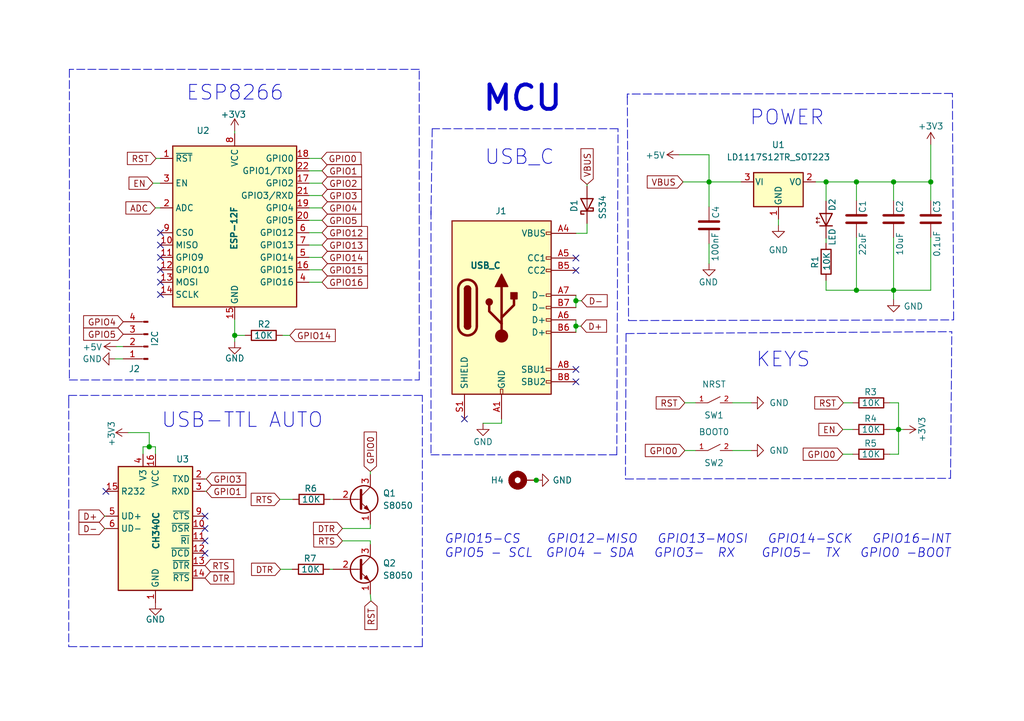
<source format=kicad_sch>
(kicad_sch (version 20211123) (generator eeschema)
  (paper "A5")
  (title_block (title "MCU ESP8266") (date "07-02-2025") (rev "V1"))
  (lib_symbols
    (symbol "Connector:Conn_01x04_Male" (pin_names (offset 1.016) hide)
      (property "Reference" "J" (at 0 5.08 0))
      (property "Value" "Conn_01x04_Male" (at 0 -7.62 0))
      (symbol "Conn_01x04_Male_1_1"
        (polyline (pts (xy 1.27 -5.08) (xy 0.8636 -5.08)) (stroke (width 0.1524)))
        (polyline (pts (xy 1.27 -2.54) (xy 0.8636 -2.54)) (stroke (width 0.1524)))
        (polyline (pts (xy 1.27 0) (xy 0.8636 0)) (stroke (width 0.1524)))
        (polyline (pts (xy 1.27 2.54) (xy 0.8636 2.54)) (stroke (width 0.1524)))
        (rectangle (start 0.8636 -4.953) (end 0 -5.207) (stroke (width 0.1524)) (fill (type outline)))
        (rectangle (start 0.8636 -2.413) (end 0 -2.667) (stroke (width 0.1524)) (fill (type outline)))
        (rectangle (start 0.8636 0.127) (end 0 -0.127) (stroke (width 0.1524)) (fill (type outline)))
        (rectangle (start 0.8636 2.667) (end 0 2.413) (stroke (width 0.1524)) (fill (type outline)))
        (pin passive line (at 5.08 2.54 180) (length 3.81) (name "Pin_1") (number "1"))
        (pin passive line (at 5.08 0 180) (length 3.81) (name "Pin_2") (number "2"))
        (pin passive line (at 5.08 -2.54 180) (length 3.81) (name "Pin_3") (number "3"))
        (pin passive line (at 5.08 -5.08 180) (length 3.81) (name "Pin_4") (number "4"))
      )
    )
    (symbol "Connector:USB_C_Receptacle_USB2.0" (pin_names (offset 1.016))
      (property "Reference" "J" (at -10.16 19.05 0))
      (property "Value" "USB_C_Receptacle_USB2.0" (at 19.05 19.05 0))
      (symbol "USB_C_Receptacle_USB2.0_0_0"
        (rectangle (start -0.254 -17.78) (end 0.254 -16.764))
        (rectangle (start 10.16 -14.986) (end 9.144 -15.494))
        (rectangle (start 10.16 -12.446) (end 9.144 -12.954))
        (rectangle (start 10.16 -4.826) (end 9.144 -5.334))
        (rectangle (start 10.16 -2.286) (end 9.144 -2.794))
        (rectangle (start 10.16 0.254) (end 9.144 -0.254))
        (rectangle (start 10.16 2.794) (end 9.144 2.286))
        (rectangle (start 10.16 7.874) (end 9.144 7.366))
        (rectangle (start 10.16 10.414) (end 9.144 9.906))
        (rectangle (start 10.16 15.494) (end 9.144 14.986))
      )
      (symbol "USB_C_Receptacle_USB2.0_0_1"
        (rectangle (start -10.16 17.78) (end 10.16 -17.78) (stroke (width 0.254)) (fill (type background)))
        (arc (start -8.89 -3.81) (mid -6.985 -5.715) (end -5.08 -3.81) (stroke (width 0.508)))
        (arc (start -7.62 -3.81) (mid -6.985 -4.445) (end -6.35 -3.81) (stroke (width 0.254)))
        (arc (start -7.62 -3.81) (mid -6.985 -4.445) (end -6.35 -3.81) (stroke (width 0.254)) (fill (type outline)))
        (rectangle (start -7.62 -3.81) (end -6.35 3.81) (stroke (width 0.254)) (fill (type outline)))
        (arc (start -6.35 3.81) (mid -6.985 4.445) (end -7.62 3.81) (stroke (width 0.254)))
        (arc (start -6.35 3.81) (mid -6.985 4.445) (end -7.62 3.81) (stroke (width 0.254)) (fill (type outline)))
        (arc (start -5.08 3.81) (mid -6.985 5.715) (end -8.89 3.81) (stroke (width 0.508)))
        (circle (center -2.54 1.143) (radius 0.635) (stroke (width 0.254)) (fill (type outline)))
        (circle (center 0 -5.842) (radius 1.27) (fill (type outline)))
        (polyline (pts (xy -8.89 -3.81) (xy -8.89 3.81)) (stroke (width 0.508)))
        (polyline (pts (xy -5.08 3.81) (xy -5.08 -3.81)) (stroke (width 0.508)))
        (polyline (pts (xy 0 -5.842) (xy 0 4.318)) (stroke (width 0.508)))
        (polyline (pts (xy 0 -3.302) (xy -2.54 -0.762) (xy -2.54 0.508)) (stroke (width 0.508)))
        (polyline (pts (xy 0 -2.032) (xy 2.54 0.508) (xy 2.54 1.778)) (stroke (width 0.508)))
        (polyline (pts (xy -1.27 4.318) (xy 0 6.858) (xy 1.27 4.318) (xy -1.27 4.318)) (stroke (width 0.254)) (fill (type outline)))
        (rectangle (start 1.905 1.778) (end 3.175 3.048) (stroke (width 0.254)) (fill (type outline)))
      )
      (symbol "USB_C_Receptacle_USB2.0_1_1"
        (pin passive line (at 0 -22.86 90) (length 5.08) (name "GND") (number "A1"))
        (pin passive line (at 0 -22.86 90) (length 5.08) hide (name "GND") (number "A12"))
        (pin passive line (at 15.24 15.24 180) (length 5.08) (name "VBUS") (number "A4"))
        (pin bidirectional line (at 15.24 10.16 180) (length 5.08) (name "CC1") (number "A5"))
        (pin bidirectional line (at 15.24 -2.54 180) (length 5.08) (name "D+") (number "A6"))
        (pin bidirectional line (at 15.24 2.54 180) (length 5.08) (name "D-") (number "A7"))
        (pin bidirectional line (at 15.24 -12.7 180) (length 5.08) (name "SBU1") (number "A8"))
        (pin passive line (at 15.24 15.24 180) (length 5.08) hide (name "VBUS") (number "A9"))
        (pin passive line (at 0 -22.86 90) (length 5.08) hide (name "GND") (number "B1"))
        (pin passive line (at 0 -22.86 90) (length 5.08) hide (name "GND") (number "B12"))
        (pin passive line (at 15.24 15.24 180) (length 5.08) hide (name "VBUS") (number "B4"))
        (pin bidirectional line (at 15.24 7.62 180) (length 5.08) (name "CC2") (number "B5"))
        (pin bidirectional line (at 15.24 -5.08 180) (length 5.08) (name "D+") (number "B6"))
        (pin bidirectional line (at 15.24 0 180) (length 5.08) (name "D-") (number "B7"))
        (pin bidirectional line (at 15.24 -15.24 180) (length 5.08) (name "SBU2") (number "B8"))
        (pin passive line (at 15.24 15.24 180) (length 5.08) hide (name "VBUS") (number "B9"))
        (pin passive line (at -7.62 -22.86 90) (length 5.08) (name "SHIELD") (number "S1"))
      )
    )
    (symbol "Custom_symbols:TS09-63-25-WT-260-SMT-TR" (pin_names (offset 1.016))
      (property "Reference" "SW" (at -1.27 2.54 0))
      (property "Value" "TS09-63-25-WT-260-SMT-TR" (at -13.97 -1.27 0))
      (symbol "TS09-63-25-WT-260-SMT-TR_0_0"
        (polyline (pts (xy -1.27 0) (xy 1.27 1.27)) (stroke (width 0.1524)))
        (pin passive line (at -3.81 0 0) (length 2.54) (name "~") (number "1"))
        (pin passive line (at 3.81 0 180) (length 2.54) (name "~") (number "2"))
      )
    )
    (symbol "Device:C" (pin_numbers hide) (pin_names (offset 0.254))
      (property "Reference" "C" (at 0.635 2.54 0))
      (property "Value" "C" (at 0.635 -2.54 0))
      (symbol "C_0_1"
        (polyline (pts (xy -2.032 -0.762) (xy 2.032 -0.762)) (stroke (width 0.508)))
        (polyline (pts (xy -2.032 0.762) (xy 2.032 0.762)) (stroke (width 0.508)))
      )
      (symbol "C_1_1"
        (pin passive line (at 0 3.81 270) (length 2.794) (name "~") (number "1"))
        (pin passive line (at 0 -3.81 90) (length 2.794) (name "~") (number "2"))
      )
    )
    (symbol "Device:D_Schottky" (pin_numbers hide) (pin_names (offset 1.016) hide)
      (property "Reference" "D" (at 0 2.54 0))
      (property "Value" "D_Schottky" (at 0 -2.54 0))
      (symbol "D_Schottky_0_1"
        (polyline (pts (xy 1.27 0) (xy -1.27 0)))
        (polyline (pts (xy 1.27 1.27) (xy 1.27 -1.27) (xy -1.27 0) (xy 1.27 1.27)) (stroke (width 0.254)))
        (polyline (pts (xy -1.905 0.635) (xy -1.905 1.27) (xy -1.27 1.27) (xy -1.27 -1.27) (xy -0.635 -1.27) (xy -0.635 -0.635)) (stroke (width 0.254)))
      )
      (symbol "D_Schottky_1_1"
        (pin passive line (at -3.81 0 0) (length 2.54) (name "K") (number "1"))
        (pin passive line (at 3.81 0 180) (length 2.54) (name "A") (number "2"))
      )
    )
    (symbol "Device:LED" (pin_numbers hide) (pin_names (offset 1.016) hide)
      (property "Reference" "D?" (at -1.524 3.429 0))
      (property "Value" "LED" (at -2.921 -5.207 0))
      (symbol "LED_0_1"
        (polyline (pts (xy -1.27 -1.27) (xy -1.27 1.27)) (stroke (width 0.254)))
        (polyline (pts (xy -1.27 0) (xy 1.27 0)))
        (polyline (pts (xy -0.508 -2.032) (xy -0.254 -1.778)))
        (polyline (pts (xy 0.254 -2.032) (xy 0.508 -1.778)))
        (polyline (pts (xy -0.508 -1.27) (xy -0.508 -1.778) (xy -0.508 -2.032) (xy -0.762 -1.778)))
        (polyline (pts (xy 0.254 -1.27) (xy 0.254 -1.778) (xy 0.254 -2.032) (xy 0 -1.778)))
        (polyline (pts (xy 1.27 -1.27) (xy 1.27 1.27) (xy -1.27 0) (xy 1.27 -1.27)) (stroke (width 0.254)))
      )
      (symbol "LED_1_1"
        (pin passive line (at -3.81 0 0) (length 2.54) (name "K") (number "1"))
        (pin passive line (at 3.81 0 180) (length 2.54) (name "A") (number "2"))
      )
    )
    (symbol "Device:R" (pin_numbers hide) (pin_names (offset 0))
      (property "Reference" "R" (at 2.032 0 90))
      (property "Value" "R" (at 0 0 90))
      (symbol "R_0_1"
        (rectangle (start -1.016 -2.54) (end 1.016 2.54) (stroke (width 0.254)))
      )
      (symbol "R_1_1"
        (pin passive line (at 0 3.81 270) (length 1.27) (name "~") (number "1"))
        (pin passive line (at 0 -3.81 90) (length 1.27) (name "~") (number "2"))
      )
    )
    (symbol "Interface_USB:CH340C"
      (property "Reference" "U" (at -5.08 13.97 0))
      (property "Value" "CH340C" (at 1.27 13.97 0))
      (symbol "CH340C_0_1"
        (rectangle (start -7.62 12.7) (end 7.62 -12.7) (stroke (width 0.254)) (fill (type background)))
      )
      (symbol "CH340C_1_1"
        (pin power_in line (at 0 -15.24 90) (length 2.54) (name "GND") (number "1"))
        (pin input line (at 10.16 0 180) (length 2.54) (name "~{DSR}") (number "10"))
        (pin input line (at 10.16 -2.54 180) (length 2.54) (name "~{RI}") (number "11"))
        (pin input line (at 10.16 -5.08 180) (length 2.54) (name "~{DCD}") (number "12"))
        (pin output line (at 10.16 -7.62 180) (length 2.54) (name "~{DTR}") (number "13"))
        (pin output line (at 10.16 -10.16 180) (length 2.54) (name "~{RTS}") (number "14"))
        (pin input line (at -10.16 7.62 0) (length 2.54) (name "R232") (number "15"))
        (pin power_in line (at 0 15.24 270) (length 2.54) (name "VCC") (number "16"))
        (pin output line (at 10.16 10.16 180) (length 2.54) (name "TXD") (number "2"))
        (pin input line (at 10.16 7.62 180) (length 2.54) (name "RXD") (number "3"))
        (pin passive line (at -2.54 15.24 270) (length 2.54) (name "V3") (number "4"))
        (pin bidirectional line (at -10.16 2.54 0) (length 2.54) (name "UD+") (number "5"))
        (pin bidirectional line (at -10.16 0 0) (length 2.54) (name "UD-") (number "6"))
        (pin no_connect line (at -7.62 -7.62 0) (length 2.54) hide (name "NC") (number "7"))
        (pin no_connect line (at -7.62 -10.16 0) (length 2.54) hide (name "NC") (number "8"))
        (pin input line (at 10.16 2.54 180) (length 2.54) (name "~{CTS}") (number "9"))
      )
    )
    (symbol "Mechanical:MountingHole_Pad" (pin_numbers hide) (pin_names (offset 1.016) hide)
      (property "Reference" "H" (at 0 6.35 0))
      (property "Value" "MountingHole_Pad" (at 0 4.445 0))
      (symbol "MountingHole_Pad_0_1"
        (circle (center 0 1.27) (radius 1.27) (stroke (width 1.27)))
      )
      (symbol "MountingHole_Pad_1_1"
        (pin input line (at 0 -2.54 90) (length 2.54) (name "1") (number "1"))
      )
    )
    (symbol "RF_Module:ESP-12F"
      (property "Reference" "U" (at -12.7 19.05 0))
      (property "Value" "ESP-12F" (at 12.7 19.05 0))
      (symbol "ESP-12F_0_1"
        (rectangle (start -12.7 17.78) (end 12.7 -15.24) (stroke (width 0.254)) (fill (type background)))
      )
      (symbol "ESP-12F_1_1"
        (pin input line (at -15.24 15.24 0) (length 2.54) (name "~{RST}") (number "1"))
        (pin bidirectional line (at -15.24 -2.54 0) (length 2.54) (name "MISO") (number "10"))
        (pin bidirectional line (at -15.24 -5.08 0) (length 2.54) (name "GPIO9") (number "11"))
        (pin bidirectional line (at -15.24 -7.62 0) (length 2.54) (name "GPIO10") (number "12"))
        (pin bidirectional line (at -15.24 -10.16 0) (length 2.54) (name "MOSI") (number "13"))
        (pin bidirectional line (at -15.24 -12.7 0) (length 2.54) (name "SCLK") (number "14"))
        (pin power_in line (at 0 -17.78 90) (length 2.54) (name "GND") (number "15"))
        (pin bidirectional line (at 15.24 -7.62 180) (length 2.54) (name "GPIO15") (number "16"))
        (pin bidirectional line (at 15.24 10.16 180) (length 2.54) (name "GPIO2") (number "17"))
        (pin bidirectional line (at 15.24 15.24 180) (length 2.54) (name "GPIO0") (number "18"))
        (pin bidirectional line (at 15.24 5.08 180) (length 2.54) (name "GPIO4") (number "19"))
        (pin input line (at -15.24 5.08 0) (length 2.54) (name "ADC") (number "2"))
        (pin bidirectional line (at 15.24 2.54 180) (length 2.54) (name "GPIO5") (number "20"))
        (pin bidirectional line (at 15.24 7.62 180) (length 2.54) (name "GPIO3/RXD") (number "21"))
        (pin bidirectional line (at 15.24 12.7 180) (length 2.54) (name "GPIO1/TXD") (number "22"))
        (pin input line (at -15.24 10.16 0) (length 2.54) (name "EN") (number "3"))
        (pin bidirectional line (at 15.24 -10.16 180) (length 2.54) (name "GPIO16") (number "4"))
        (pin bidirectional line (at 15.24 -5.08 180) (length 2.54) (name "GPIO14") (number "5"))
        (pin bidirectional line (at 15.24 0 180) (length 2.54) (name "GPIO12") (number "6"))
        (pin bidirectional line (at 15.24 -2.54 180) (length 2.54) (name "GPIO13") (number "7"))
        (pin power_in line (at 0 20.32 270) (length 2.54) (name "VCC") (number "8"))
        (pin input line (at -15.24 0 0) (length 2.54) (name "CS0") (number "9"))
      )
    )
    (symbol "Regulator_Linear:LD1117S12TR_SOT223" (pin_names (offset 0.254))
      (property "Reference" "U" (at -3.81 3.175 0))
      (property "Value" "LD1117S12TR_SOT223" (at 0 3.175 0))
      (symbol "LD1117S12TR_SOT223_0_1"
        (rectangle (start -5.08 -5.08) (end 5.08 1.905) (stroke (width 0.254)) (fill (type background)))
      )
      (symbol "LD1117S12TR_SOT223_1_1"
        (pin power_in line (at 0 -7.62 90) (length 2.54) (name "GND") (number "1"))
        (pin power_out line (at 7.62 0 180) (length 2.54) (name "VO") (number "2"))
        (pin power_in line (at -7.62 0 0) (length 2.54) (name "VI") (number "3"))
      )
    )
    (symbol "Transistor_BJT:S8050" (pin_names (offset 0) hide)
      (property "Reference" "Q" (at 5.08 1.905 0))
      (property "Value" "S8050" (at 5.08 0 0))
      (symbol "S8050_0_1"
        (polyline (pts (xy 0 0) (xy 0.635 0)))
        (polyline (pts (xy 0.635 0.635) (xy 2.54 2.54)))
        (polyline (pts (xy 0.635 -0.635) (xy 2.54 -2.54) (xy 2.54 -2.54)))
        (polyline (pts (xy 0.635 1.905) (xy 0.635 -1.905) (xy 0.635 -1.905)) (stroke (width 0.508)))
        (polyline (pts (xy 1.27 -1.778) (xy 1.778 -1.27) (xy 2.286 -2.286) (xy 1.27 -1.778) (xy 1.27 -1.778)) (fill (type outline)))
        (circle (center 1.27 0) (radius 2.8194) (stroke (width 0.254)))
      )
      (symbol "S8050_1_1"
        (pin passive line (at 2.54 -5.08 90) (length 2.54) (name "E") (number "1"))
        (pin input line (at -5.08 0 0) (length 5.08) (name "B") (number "2"))
        (pin passive line (at 2.54 5.08 270) (length 2.54) (name "C") (number "3"))
      )
    )
    (symbol "power:+3.3V" (power) (pin_names (offset 0))
      (property "Value" "+3.3V" (at 0 3.556 0))
      (symbol "+3.3V_0_1"
        (polyline (pts (xy -0.762 1.27) (xy 0 2.54)))
        (polyline (pts (xy 0 0) (xy 0 2.54)))
        (polyline (pts (xy 0 2.54) (xy 0.762 1.27)))
      )
      (symbol "+3.3V_1_1"
        (pin power_in line (at 0 0 90) (length 0) hide (name "+3V3") (number "1"))
      )
    )
    (symbol "power:+5V" (power) (pin_names (offset 0))
      (property "Value" "+5V" (at 0 3.556 0))
      (symbol "+5V_0_1"
        (polyline (pts (xy -0.762 1.27) (xy 0 2.54)))
        (polyline (pts (xy 0 0) (xy 0 2.54)))
        (polyline (pts (xy 0 2.54) (xy 0.762 1.27)))
      )
      (symbol "+5V_1_1"
        (pin power_in line (at 0 0 90) (length 0) hide (name "+5V") (number "1"))
      )
    )
    (symbol "power:GND" (power) (pin_names (offset 0))
      (property "Value" "GND" (at 0 -3.81 0))
      (symbol "GND_0_1"
        (polyline (pts (xy 0 0) (xy 0 -1.27) (xy 1.27 -1.27) (xy 0 -2.54) (xy -1.27 -1.27) (xy 0 -1.27)))
      )
      (symbol "GND_1_1"
        (pin power_in line (at 0 0 270) (length 0) hide (name "GND") (number "1"))
      )
    )
  )
  (junction (at 169.418 37.338))
  (junction (at 183.261 59.563))
  (junction (at 30.607 91.694))
  (junction (at 48.133 68.834))
  (junction (at 109.982 98.552))
  (junction (at 118.11 66.929))
  (junction (at 190.881 37.338))
  (junction (at 184.277 88.138))
  (junction (at 145.415 37.338))
  (junction (at 118.11 61.722))
  (junction (at 175.641 59.563))
  (junction (at 175.641 37.338))
  (junction (at 183.261 37.338))
  (no_connect (at 32.893 50.292))
  (no_connect (at 32.893 52.832))
  (no_connect (at 32.893 55.372))
  (no_connect (at 32.893 57.912))
  (no_connect (at 32.893 60.452))
  (no_connect (at 32.893 47.752))
  (no_connect (at 21.717 100.838))
  (no_connect (at 118.11 55.499))
  (no_connect (at 118.11 52.959))
  (no_connect (at 118.11 75.819))
  (no_connect (at 118.11 78.359))
  (no_connect (at 42.037 110.998))
  (no_connect (at 42.037 113.538))
  (no_connect (at 42.037 105.918))
  (no_connect (at 42.037 108.458))
  (no_connect (at 95.25 85.979))
  (wire (pts (xy 57.531 116.84) (xy 59.944 116.84)))
  (wire (pts (xy 31.877 91.694) (xy 31.877 93.218)))
  (wire (pts (xy 145.415 42.418) (xy 145.415 37.338)))
  (wire (pts (xy 21.463 108.458) (xy 21.717 108.458)))
  (wire (pts (xy 139.319 31.75) (xy 145.415 31.75)))
  (polyline (pts (xy 85.979 77.978) (xy 85.979 14.224)))
  (wire (pts (xy 118.11 66.929) (xy 118.11 68.199)))
  (polyline (pts (xy 128.651 19.812) (xy 128.905 65.786)))
  (wire (pts (xy 75.946 110.998) (xy 75.946 111.76)))
  (wire (pts (xy 118.11 47.879) (xy 120.396 47.879)))
  (polyline (pts (xy 88.392 93.345) (xy 126.492 93.345)))
  (wire (pts (xy 140.081 37.338) (xy 145.415 37.338)))
  (wire (pts (xy 23.622 73.66) (xy 25.273 73.66)))
  (wire (pts (xy 175.641 37.338) (xy 175.641 41.148)))
  (wire (pts (xy 63.373 55.372) (xy 66.04 55.372)))
  (polyline (pts (xy 128.27 98.298) (xy 194.945 98.171)))
  (wire (pts (xy 29.337 91.694) (xy 30.607 91.694)))
  (wire (pts (xy 184.277 82.677) (xy 184.277 88.138)))
  (polyline (pts (xy 14.097 82.042) (xy 14.097 132.715)))
  (wire (pts (xy 42.291 98.298) (xy 42.037 98.298)))
  (polyline (pts (xy 86.614 81.153) (xy 14.097 81.153)))
  (polyline (pts (xy 128.397 68.453) (xy 128.27 98.298)))
  (polyline (pts (xy 85.979 14.224) (xy 14.224 14.224)))
  (wire (pts (xy 29.337 93.218) (xy 29.337 91.694)))
  (wire (pts (xy 76.073 123.317) (xy 75.946 121.92)))
  (wire (pts (xy 118.11 66.929) (xy 119.126 66.929)))
  (wire (pts (xy 182.499 82.677) (xy 184.277 82.677)))
  (wire (pts (xy 120.396 47.879) (xy 120.396 45.847)))
  (wire (pts (xy 145.415 50.038) (xy 145.415 54.102)))
  (wire (pts (xy 99.06 86.868) (xy 102.87 86.868)))
  (wire (pts (xy 150.241 92.456) (xy 154.051 92.456)))
  (wire (pts (xy 183.261 48.768) (xy 183.261 59.563)))
  (wire (pts (xy 169.418 57.531) (xy 169.418 59.563)))
  (wire (pts (xy 66.04 37.592) (xy 63.373 37.592)))
  (wire (pts (xy 118.11 60.579) (xy 118.11 61.722)))
  (wire (pts (xy 120.396 37.846) (xy 120.396 38.227)))
  (wire (pts (xy 57.912 68.834) (xy 59.436 68.834)))
  (wire (pts (xy 66.04 40.132) (xy 63.373 40.132)))
  (wire (pts (xy 172.847 93.218) (xy 174.879 93.218)))
  (wire (pts (xy 65.913 32.512) (xy 63.373 32.512)))
  (polyline (pts (xy 126.492 93.345) (xy 126.746 26.416)))
  (polyline (pts (xy 128.651 19.304) (xy 128.651 20.066)))
  (wire (pts (xy 190.881 37.338) (xy 190.881 41.148)))
  (wire (pts (xy 169.418 37.338) (xy 175.641 37.338)))
  (polyline (pts (xy 128.905 65.786) (xy 195.58 65.659)))
  (polyline (pts (xy 14.224 14.224) (xy 14.224 77.978)))
  (polyline (pts (xy 128.397 68.453) (xy 195.199 68.072)))
  (polyline (pts (xy 195.326 19.177) (xy 128.651 19.304)))
  (wire (pts (xy 119.253 61.722) (xy 118.11 61.722)))
  (wire (pts (xy 48.133 70.104) (xy 48.133 68.834)))
  (wire (pts (xy 42.291 100.838) (xy 42.037 100.838)))
  (wire (pts (xy 183.261 59.563) (xy 190.881 59.563)))
  (wire (pts (xy 31.877 42.672) (xy 32.893 42.672)))
  (wire (pts (xy 63.373 50.292) (xy 66.04 50.292)))
  (polyline (pts (xy 14.097 132.715) (xy 86.614 132.715)))
  (wire (pts (xy 57.404 102.489) (xy 60.071 102.489)))
  (wire (pts (xy 183.261 37.338) (xy 190.881 37.338)))
  (wire (pts (xy 48.133 65.532) (xy 48.133 68.834)))
  (wire (pts (xy 169.418 59.563) (xy 175.641 59.563)))
  (wire (pts (xy 66.04 42.672) (xy 63.373 42.672)))
  (wire (pts (xy 172.847 88.138) (xy 174.879 88.138)))
  (polyline (pts (xy 88.646 26.416) (xy 88.392 44.069)))
  (polyline (pts (xy 88.392 43.307) (xy 88.392 93.345)))
  (wire (pts (xy 184.277 88.138) (xy 185.293 88.138)))
  (wire (pts (xy 183.261 37.338) (xy 183.261 41.148)))
  (wire (pts (xy 21.463 105.918) (xy 21.717 105.918)))
  (wire (pts (xy 169.418 49.911) (xy 169.418 48.895)))
  (wire (pts (xy 75.946 108.458) (xy 70.231 108.458)))
  (wire (pts (xy 31.369 37.592) (xy 32.893 37.592)))
  (wire (pts (xy 66.04 45.212) (xy 63.373 45.212)))
  (wire (pts (xy 140.462 82.677) (xy 142.621 82.677)))
  (wire (pts (xy 145.415 37.338) (xy 152.019 37.338)))
  (polyline (pts (xy 126.746 26.416) (xy 88.646 26.416)))
  (wire (pts (xy 66.04 47.752) (xy 63.373 47.752)))
  (wire (pts (xy 175.641 37.338) (xy 183.261 37.338)))
  (wire (pts (xy 48.133 26.924) (xy 48.133 27.432)))
  (wire (pts (xy 63.373 52.832) (xy 66.04 52.832)))
  (polyline (pts (xy 14.097 81.153) (xy 14.097 82.042)))
  (polyline (pts (xy 86.614 132.715) (xy 86.614 81.153)))
  (wire (pts (xy 30.607 88.773) (xy 30.607 91.694)))
  (wire (pts (xy 190.881 48.768) (xy 190.881 59.563)))
  (wire (pts (xy 118.11 65.659) (xy 118.11 66.929)))
  (wire (pts (xy 26.289 88.773) (xy 30.607 88.773)))
  (wire (pts (xy 102.87 86.868) (xy 102.87 85.979)))
  (polyline (pts (xy 14.224 77.978) (xy 85.979 77.978)))
  (wire (pts (xy 184.277 93.218) (xy 182.499 93.218)))
  (wire (pts (xy 167.259 37.338) (xy 169.418 37.338)))
  (wire (pts (xy 175.641 59.563) (xy 183.261 59.563)))
  (wire (pts (xy 23.876 71.12) (xy 25.273 71.12)))
  (wire (pts (xy 190.881 29.718) (xy 190.881 37.338)))
  (polyline (pts (xy 195.58 65.659) (xy 195.326 19.177)))
  (wire (pts (xy 140.462 92.456) (xy 142.621 92.456)))
  (wire (pts (xy 169.418 41.275) (xy 169.418 37.338)))
  (wire (pts (xy 183.261 61.468) (xy 183.261 59.563)))
  (wire (pts (xy 66.04 35.052) (xy 63.373 35.052)))
  (wire (pts (xy 67.691 102.489) (xy 68.326 102.489)))
  (wire (pts (xy 150.241 82.677) (xy 154.051 82.677)))
  (polyline (pts (xy 194.945 98.171) (xy 195.199 68.072)))
  (wire (pts (xy 75.946 96.774) (xy 75.946 97.409)))
  (wire (pts (xy 172.974 82.677) (xy 174.879 82.677)))
  (wire (pts (xy 67.564 116.84) (xy 68.326 116.84)))
  (wire (pts (xy 145.415 31.75) (xy 145.415 37.338)))
  (wire (pts (xy 63.373 57.912) (xy 66.04 57.912)))
  (wire (pts (xy 175.641 48.768) (xy 175.641 59.563)))
  (wire (pts (xy 70.231 110.998) (xy 75.946 110.998)))
  (wire (pts (xy 32.004 32.512) (xy 32.893 32.512)))
  (wire (pts (xy 48.133 68.834) (xy 50.292 68.834)))
  (wire (pts (xy 75.946 107.569) (xy 75.946 108.458)))
  (wire (pts (xy 182.499 88.138) (xy 184.277 88.138)))
  (wire (pts (xy 159.639 46.228) (xy 159.639 44.958)))
  (wire (pts (xy 184.277 88.138) (xy 184.277 93.218)))
  (wire (pts (xy 118.11 61.722) (xy 118.11 63.119)))
  (wire (pts (xy 30.607 91.694) (xy 31.877 91.694)))
  (text "POWER" (at 153.67 26.035 0) (effects (font (size 3 3)) (justify left bottom)))
  (text "USB_C" (at 99.314 34.163 0) (effects (font (size 3 3)) (justify left bottom)))
  (text "GPIO15-CS    GPIO12-MISO   GPIO13-MOSI   GPIO14-SCK   GPIO16-INT\nGPIO5 - SCL  GPIO4 - SDA   GPIO3-  RX    GPIO5-  TX   GPIO0 -BOOT\n" (at 91.059 114.681 0) (effects (font (size 1.8 1.8) italic) (justify left bottom)))
  (text "KEYS" (at 154.94 75.692 0) (effects (font (size 3 3)) (justify left bottom)))
  (text "USB-TTL AUTO" (at 33.02 88.138 0) (effects (font (size 3 3)) (justify left bottom)))
  (text "MCU" (at 98.679 23.241 0) (effects (font (size 5 5) (thickness 0.8) bold) (justify left bottom)))
  (text "ESP8266\n" (at 38.1 20.955 0) (effects (font (size 3 3)) (justify left bottom)))
  (global_label "GPIO12" (shape input) (at 66.04 47.752 0) (property "Intersheet References" "${INTERSHEET_REFS}" (effects hide)))
  (global_label "GPIO4" (shape input) (at 66.04 42.672 0) (property "Intersheet References" "${INTERSHEET_REFS}" (effects hide)))
  (global_label "RTS" (shape input) (at 42.037 116.078 0) (property "Intersheet References" "${INTERSHEET_REFS}" (effects hide)))
  (global_label "EN" (shape input) (at 172.847 88.138 180) (property "Intersheet References" "${INTERSHEET_REFS}" (effects hide)))
  (global_label "GPIO0" (shape input) (at 75.946 96.774 90) (property "Intersheet References" "${INTERSHEET_REFS}" (effects hide)))
  (global_label "GPIO13" (shape input) (at 66.04 50.292 0) (property "Intersheet References" "${INTERSHEET_REFS}" (effects hide)))
  (global_label "RTS" (shape input) (at 70.231 110.998 180) (property "Intersheet References" "${INTERSHEET_REFS}" (effects hide)))
  (global_label "D-" (shape input) (at 119.253 61.722 0) (property "Intersheet References" "${INTERSHEET_REFS}" (effects hide)))
  (global_label "GPIO0" (shape input) (at 140.462 92.456 180) (property "Intersheet References" "${INTERSHEET_REFS}" (effects hide)))
  (global_label "RTS" (shape input) (at 57.404 102.489 180) (property "Intersheet References" "${INTERSHEET_REFS}" (effects hide)))
  (global_label "GPIO14" (shape input) (at 66.04 52.832 0) (property "Intersheet References" "${INTERSHEET_REFS}" (effects hide)))
  (global_label "GPIO2" (shape input) (at 66.04 37.592 0) (property "Intersheet References" "${INTERSHEET_REFS}" (effects hide)))
  (global_label "GPIO1" (shape input) (at 66.04 35.052 0) (property "Intersheet References" "${INTERSHEET_REFS}" (effects hide)))
  (global_label "D+" (shape input) (at 119.126 66.929 0) (property "Intersheet References" "${INTERSHEET_REFS}" (effects hide)))
  (global_label "GPIO4" (shape input) (at 25.273 66.04 180) (property "Intersheet References" "${INTERSHEET_REFS}" (effects hide)))
  (global_label "GPIO3" (shape input) (at 66.04 40.132 0) (property "Intersheet References" "${INTERSHEET_REFS}" (effects hide)))
  (global_label "GPIO16" (shape input) (at 66.04 57.912 0) (property "Intersheet References" "${INTERSHEET_REFS}" (effects hide)))
  (global_label "DTR" (shape input) (at 70.231 108.458 180) (property "Intersheet References" "${INTERSHEET_REFS}" (effects hide)))
  (global_label "GPIO1" (shape input) (at 42.291 100.838 0) (property "Intersheet References" "${INTERSHEET_REFS}" (effects hide)))
  (global_label "GPIO15" (shape input) (at 66.04 55.372 0) (property "Intersheet References" "${INTERSHEET_REFS}" (effects hide)))
  (global_label "VBUS" (shape input) (at 120.396 37.846 90) (property "Intersheet References" "${INTERSHEET_REFS}" (effects hide)))
  (global_label "GPIO5" (shape input) (at 66.04 45.212 0) (property "Intersheet References" "${INTERSHEET_REFS}" (effects hide)))
  (global_label "RST" (shape input) (at 140.462 82.677 180) (property "Intersheet References" "${INTERSHEET_REFS}" (effects hide)))
  (global_label "GPIO0" (shape input) (at 172.847 93.218 180) (property "Intersheet References" "${INTERSHEET_REFS}" (effects hide)))
  (global_label "ADC" (shape input) (at 31.877 42.672 180) (property "Intersheet References" "${INTERSHEET_REFS}" (effects hide)))
  (global_label "EN" (shape input) (at 31.369 37.592 180) (property "Intersheet References" "${INTERSHEET_REFS}" (effects hide)))
  (global_label "VBUS" (shape input) (at 140.081 37.338 180) (property "Intersheet References" "${INTERSHEET_REFS}" (effects hide)))
  (global_label "GPIO14" (shape input) (at 59.436 68.834 0) (property "Intersheet References" "${INTERSHEET_REFS}" (effects hide)))
  (global_label "DTR" (shape input) (at 57.531 116.84 180) (property "Intersheet References" "${INTERSHEET_REFS}" (effects hide)))
  (global_label "D-" (shape input) (at 21.463 108.458 180) (property "Intersheet References" "${INTERSHEET_REFS}" (effects hide)))
  (global_label "D+" (shape input) (at 21.463 105.918 180) (property "Intersheet References" "${INTERSHEET_REFS}" (effects hide)))
  (global_label "DTR" (shape input) (at 42.037 118.618 0) (property "Intersheet References" "${INTERSHEET_REFS}" (effects hide)))
  (global_label "RST" (shape input) (at 172.974 82.677 180) (property "Intersheet References" "${INTERSHEET_REFS}" (effects hide)))
  (global_label "GPIO3" (shape input) (at 42.291 98.298 0) (property "Intersheet References" "${INTERSHEET_REFS}" (effects hide)))
  (global_label "GPIO5" (shape input) (at 25.273 68.58 180) (property "Intersheet References" "${INTERSHEET_REFS}" (effects hide)))
  (global_label "GPIO0" (shape input) (at 65.913 32.512 0) (property "Intersheet References" "${INTERSHEET_REFS}" (effects hide)))
  (global_label "RST" (shape input) (at 32.004 32.512 180) (property "Intersheet References" "${INTERSHEET_REFS}" (effects hide)))
  (global_label "RST" (shape input) (at 76.073 123.317 270) (property "Intersheet References" "${INTERSHEET_REFS}" (effects hide)))
  (symbol (lib_id "power:GND") (at 154.051 82.677 90) (unit 1)
    (property "Reference" "#PWR010" (effects hide))
    (property "Value" "GND" (at 157.734 82.6769 90) (effects (justify right)))
  )
  (symbol (lib_id "power:GND") (at 109.982 98.552 90) (unit 1)
    (property "Reference" "#PWR015" (effects hide))
    (property "Value" "GND" (at 113.284 98.552 90) (effects (justify right)))
  )
  (symbol (lib_id "power:GND") (at 154.051 92.456 90) (unit 1)
    (property "Reference" "#PWR014" (effects hide))
    (property "Value" "GND" (at 157.734 92.4559 90) (effects (justify right)))
  )
  (symbol (lib_id "Device:C") (at 190.881 44.958 180) (unit 1)
    (property "Reference" "C3" (at 192.151 42.418 90))
    (property "Value" "0.1uF" (at 192.151 50.038 90))
    (property "Footprint" "Capacitor_SMD:C_0603_1608Metric" (effects hide))
  )
  (symbol (lib_id "power:GND") (at 159.639 46.228 0) (unit 1)
    (property "Reference" "#PWR04" (effects hide))
    (property "Value" "GND" (at 159.639 51.308 0))
  )
  (symbol (lib_id "Custom_symbols:TS09-63-25-WT-260-SMT-TR") (at 146.431 92.456 0) (unit 1)
    (property "Reference" "SW2" (at 146.431 94.996 0))
    (property "Value" "BOOT0" (at 146.431 88.646 0))
    (property "Footprint" "Custom_Footprints:SW_TS09-63-25-WT-260-SMT-TR" (effects hide))
    (property "MF" "Same Sky" (effects hide))
    (property "MAXIMUM_PACKAGE_HEIGHT" "2.5 mm" (effects hide))
    (property "Package" "None" (effects hide))
    (property "Price" "None" (effects hide))
    (property "Check_prices" "https://www.snapeda.com/parts/TS09-63-25-WT-260-SMT-TR/Same+Sky/view-part/?ref=eda" (effects hide))
    (property "STANDARD" "Manufacturer Recommendations" (effects hide))
    (property "PARTREV" "1.0" (effects hide))
    (property "SnapEDA_Link" "https://www.snapeda.com/parts/TS09-63-25-WT-260-SMT-TR/Same+Sky/view-part/?ref=snap" (effects hide))
    (property "MP" "TS09-63-25-WT-260-SMT-TR" (effects hide))
    (property "Description" "\n                        \n                            6.1 x 3.7 mm, 2.5 mm Actuator Height, 260 gf, White, Surface Mount, SPST, Tactile Switch\n                        \n" (effects hide))
    (property "Availability" "In Stock" (effects hide))
    (property "MANUFACTURER" "CUI Devices" (effects hide))
  )
  (symbol (lib_id "Device:R") (at 63.881 102.489 90) (unit 1)
    (property "Reference" "R6" (at 65.0875 100.2665 90) (effects (justify left)))
    (property "Value" "10K" (at 65.786 102.489 90) (effects (justify left)))
    (property "Footprint" "Resistor_SMD:R_0603_1608Metric" (effects hide))
  )
  (symbol (lib_id "Device:C") (at 175.641 44.958 180) (unit 1)
    (property "Reference" "C1" (at 176.911 42.418 90))
    (property "Value" "22uF" (at 176.911 50.038 90))
    (property "Footprint" "Capacitor_SMD:C_0603_1608Metric" (effects hide))
  )
  (symbol (lib_id "Device:R") (at 54.102 68.834 90) (unit 1)
    (property "Reference" "R2" (at 55.499 66.548 90) (effects (justify left)))
    (property "Value" "10K" (at 56.007 68.834 90) (effects (justify left)))
    (property "Footprint" "Resistor_SMD:R_0603_1608Metric" (effects hide))
  )
  (symbol (lib_id "power:GND") (at 99.06 86.868 0) (unit 1)
    (property "Reference" "#PWR011" (effects hide))
    (property "Value" "GND" (at 99.06 90.678 0))
  )
  (symbol (lib_id "Device:R") (at 178.689 88.138 90) (unit 1)
    (property "Reference" "R4" (at 179.8955 85.9155 90) (effects (justify left)))
    (property "Value" "10K" (at 180.594 88.138 90) (effects (justify left)))
    (property "Footprint" "Resistor_SMD:R_0603_1608Metric" (effects hide))
  )
  (symbol (lib_id "power:GND") (at 183.261 61.468 0) (unit 1)
    (property "Reference" "#PWR06" (effects hide))
    (property "Value" "GND" (at 187.325 62.865 0))
  )
  (symbol (lib_id "power:GND") (at 145.415 54.102 0) (unit 1)
    (property "Reference" "#PWR05" (effects hide))
    (property "Value" "GND" (at 145.288 57.912 0))
  )
  (symbol (lib_id "Mechanical:MountingHole_Pad") (at 107.442 98.552 90) (unit 1)
    (property "Reference" "H1" (effects hide))
    (property "Value" "MountingHole_Pad" (effects hide))
    (property "Footprint" "MountingHole:MountingHole_2.5mm_Pad_TopBottom" (effects hide))
  )
  (symbol (lib_id "power:+3.3V") (at 185.293 88.138 270) (unit 1)
    (property "Reference" "#PWR012" (effects hide))
    (property "Value" "+3.3V" (at 189.103 88.138 0))
  )
  (symbol (lib_id "power:GND") (at 23.622 73.66 270) (unit 1)
    (property "Reference" "#PWR09" (effects hide))
    (property "Value" "GND" (at 18.923 73.66 90))
  )
  (symbol (lib_id "Transistor_BJT:S8050") (at 73.406 102.489 0) (unit 1)
    (property "Reference" "Q1" (at 78.486 101.2189 0) (effects (justify left)))
    (property "Value" "S8050" (at 78.486 103.7589 0) (effects (justify left)))
    (property "Footprint" "Package_TO_SOT_SMD:SOT-23" (effects hide))
    (property "Datasheet" "http://www.unisonic.com.tw/datasheet/S8050.pdf" (effects hide))
    (property "LCSC" "C18221467" (effects hide))
  )
  (symbol (lib_id "Custom_symbols:TS09-63-25-WT-260-SMT-TR") (at 146.431 82.677 0) (unit 1)
    (property "Reference" "SW1" (at 146.431 85.217 0))
    (property "Value" "NRST" (at 146.431 78.867 0))
    (property "Footprint" "Custom_Footprints:SW_TS09-63-25-WT-260-SMT-TR" (effects hide))
    (property "MF" "Same Sky" (effects hide))
    (property "MAXIMUM_PACKAGE_HEIGHT" "2.5 mm" (effects hide))
    (property "Package" "None" (effects hide))
    (property "Price" "None" (effects hide))
    (property "Check_prices" "https://www.snapeda.com/parts/TS09-63-25-WT-260-SMT-TR/Same+Sky/view-part/?ref=eda" (effects hide))
    (property "STANDARD" "Manufacturer Recommendations" (effects hide))
    (property "PARTREV" "1.0" (effects hide))
    (property "SnapEDA_Link" "https://www.snapeda.com/parts/TS09-63-25-WT-260-SMT-TR/Same+Sky/view-part/?ref=snap" (effects hide))
    (property "MP" "TS09-63-25-WT-260-SMT-TR" (effects hide))
    (property "Description" "\n                        \n                            6.1 x 3.7 mm, 2.5 mm Actuator Height, 260 gf, White, Surface Mount, SPST, Tactile Switch\n                        \n" (effects hide))
    (property "Availability" "In Stock" (effects hide))
    (property "MANUFACTURER" "CUI Devices" (effects hide))
  )
  (symbol (lib_id "Connector:Conn_01x04_Male") (at 30.353 71.12 180) (unit 1)
    (property "Reference" "J2" (at 27.559 75.692 0))
    (property "Value" "I2C" (at 31.75 69.469 90))
    (property "Footprint" "Connector_PinSocket_2.54mm:PinSocket_1x04_P2.54mm_Vertical" (effects hide))
  )
  (symbol (lib_id "Mechanical:MountingHole_Pad") (at 107.442 98.552 90) (unit 1)
    (property "Reference" "H2" (effects hide))
    (property "Value" "MountingHole_Pad" (effects hide))
    (property "Footprint" "MountingHole:MountingHole_2.5mm_Pad_TopBottom" (effects hide))
  )
  (symbol (lib_id "power:+3.3V") (at 190.881 29.718 0) (unit 1)
    (property "Reference" "#PWR02" (effects hide))
    (property "Value" "+3.3V" (at 190.881 25.908 0))
  )
  (symbol (lib_id "power:+3.3V") (at 48.133 26.924 0) (unit 1)
    (property "Reference" "#PWR01" (effects hide))
    (property "Value" "+3.3V" (at 47.879 23.495 0))
  )
  (symbol (lib_id "Regulator_Linear:LD1117S12TR_SOT223") (at 159.639 37.338 0) (unit 1)
    (property "Reference" "U1" (at 159.639 29.718 0))
    (property "Value" "LD1117S12TR_SOT223" (at 159.639 32.258 0))
    (property "Footprint" "Package_TO_SOT_SMD:SOT-223-3_TabPin2" (effects hide))
    (property "Datasheet" "http://www.st.com/st-web-ui/static/active/en/resource/technical/document/datasheet/CD00000544.pdf" (effects hide))
  )
  (symbol (lib_id "Mechanical:MountingHole_Pad") (at 107.442 98.552 90) (unit 1)
    (property "Reference" "H3" (effects hide))
    (property "Value" "MountingHole_Pad" (effects hide))
    (property "Footprint" "MountingHole:MountingHole_2.5mm_Pad_TopBottom" (effects hide))
  )
  (symbol (lib_id "Interface_USB:CH340C") (at 31.877 108.458 0) (unit 1)
    (property "Reference" "U3" (at 36.068 94.234 0) (effects (justify left)))
    (property "Value" "CH340C" (at 32.004 112.903 90) (effects (font bold) (justify left)))
    (property "Footprint" "Package_SO:SOIC-16_3.9x9.9mm_P1.27mm" (effects hide))
    (property "Datasheet" "https://datasheet.lcsc.com/szlcsc/Jiangsu-Qin-Heng-CH340C_C84681.pdf" (effects hide))
  )
  (symbol (lib_id "power:+5V") (at 23.876 71.12 90) (unit 1)
    (property "Reference" "#PWR08" (effects hide))
    (property "Value" "+5V" (at 16.891 71.247 90) (effects (justify right)))
  )
  (symbol (lib_id "power:GND") (at 31.877 123.698 0) (unit 1)
    (property "Reference" "#PWR016" (effects hide))
    (property "Value" "GND" (at 31.877 127.127 0))
  )
  (symbol (lib_id "Connector:USB_C_Receptacle_USB2.0") (at 102.87 63.119 0) (unit 1)
    (property "Reference" "J1" (at 102.743 43.307 0))
    (property "Value" "USB_C" (at 99.568 54.483 0) (effects (font bold)))
    (property "Footprint" "Custom_Footprints:VALCON_CSP-USC16-TR" (effects hide))
    (property "Datasheet" "https://www.usb.org/sites/default/files/documents/usb_type-c.zip" (effects hide))
  )
  (symbol (lib_id "Device:R") (at 178.689 82.677 90) (unit 1)
    (property "Reference" "R3" (at 179.8955 80.4545 90) (effects (justify left)))
    (property "Value" "10K" (at 180.594 82.677 90) (effects (justify left)))
    (property "Footprint" "Resistor_SMD:R_0603_1608Metric" (effects hide))
  )
  (symbol (lib_id "Device:R") (at 178.689 93.218 90) (unit 1)
    (property "Reference" "R5" (at 179.8955 90.9955 90) (effects (justify left)))
    (property "Value" "10K" (at 180.594 93.218 90) (effects (justify left)))
    (property "Footprint" "Resistor_SMD:R_0603_1608Metric" (effects hide))
  )
  (symbol (lib_id "power:GND") (at 48.133 70.104 0) (unit 1)
    (property "Reference" "#PWR07" (effects hide))
    (property "Value" "GND" (at 48.133 73.533 0))
  )
  (symbol (lib_id "RF_Module:ESP-12F") (at 48.133 47.752 0) (unit 1)
    (property "Reference" "U2" (at 40.259 26.797 0) (effects (justify left)))
    (property "Value" "ESP-12F" (at 48.006 51.435 90) (effects (font bold) (justify left)))
    (property "Footprint" "RF_Module:ESP-12E" (effects hide))
    (property "Datasheet" "http://wiki.ai-thinker.com/_media/esp8266/esp8266_series_modules_user_manual_v1.1.pdf" (effects hide))
  )
  (symbol (lib_id "Transistor_BJT:S8050") (at 73.406 116.84 0) (unit 1)
    (property "Reference" "Q2" (at 78.486 115.5699 0) (effects (justify left)))
    (property "Value" "S8050" (at 78.486 118.1099 0) (effects (justify left)))
    (property "Footprint" "Package_TO_SOT_SMD:SOT-23" (effects hide))
    (property "Datasheet" "http://www.unisonic.com.tw/datasheet/S8050.pdf" (effects hide))
    (property "LCSC" "C18221467" (effects hide))
  )
  (symbol (lib_id "Mechanical:MountingHole_Pad") (at 107.442 98.552 90) (unit 1)
    (property "Reference" "H4" (at 103.378 98.552 90) (effects (justify left)))
    (property "Value" "MountingHole_Pad" (effects hide))
    (property "Footprint" "MountingHole:MountingHole_2.5mm_Pad_TopBottom" (effects hide))
  )
  (symbol (lib_id "Device:C") (at 145.415 46.228 180) (unit 1)
    (property "Reference" "C4" (at 146.812 43.561 90))
    (property "Value" "100nF" (at 146.685 50.673 90))
    (property "Footprint" "Capacitor_SMD:C_0603_1608Metric" (effects hide))
  )
  (symbol (lib_id "power:+3.3V") (at 26.289 88.773 90) (unit 1)
    (property "Reference" "#PWR013" (effects hide))
    (property "Value" "+3.3V" (at 22.86 89.027 0))
  )
  (symbol (lib_id "Device:D_Schottky") (at 120.396 42.037 90) (unit 1)
    (property "Reference" "D1" (at 117.729 40.894 0) (effects (justify right)))
    (property "Value" "SS34" (at 123.571 40.005 0) (effects (justify right)))
    (property "Footprint" "Diode_SMD:D_0603_1608Metric" (effects hide))
  )
  (symbol (lib_id "Device:R") (at 169.418 53.721 0) (mirror x) (unit 1)
    (property "Reference" "R1" (at 167.132 52.451 90) (effects (justify left)))
    (property "Value" "10K" (at 169.545 51.689 90) (effects (justify left)))
    (property "Footprint" "Resistor_SMD:R_0603_1608Metric" (effects hide))
  )
  (symbol (lib_id "Device:C") (at 183.261 44.958 180) (unit 1)
    (property "Reference" "C2" (at 184.531 42.418 90))
    (property "Value" "10uF" (at 184.531 50.038 90))
    (property "Footprint" "Capacitor_SMD:C_0603_1608Metric" (effects hide))
  )
  (symbol (lib_id "power:+5V") (at 139.319 31.75 90) (unit 1)
    (property "Reference" "#PWR03" (effects hide))
    (property "Value" "+5V" (at 132.334 31.877 90) (effects (justify right)))
  )
  (symbol (lib_id "Device:R") (at 63.754 116.84 90) (unit 1)
    (property "Reference" "R7" (at 64.9605 114.6175 90) (effects (justify left)))
    (property "Value" "10K" (at 65.659 116.84 90) (effects (justify left)))
    (property "Footprint" "Resistor_SMD:R_0603_1608Metric" (effects hide))
  )
  (symbol (lib_id "Device:LED") (at 169.418 45.085 270) (mirror x) (unit 1)
    (property "Reference" "D2" (at 170.688 42.037 0))
    (property "Value" "LED" (at 170.688 48.641 0))
    (property "Footprint" "LED_SMD:LED_0603_1608Metric" (effects hide))
  )
)
</source>
